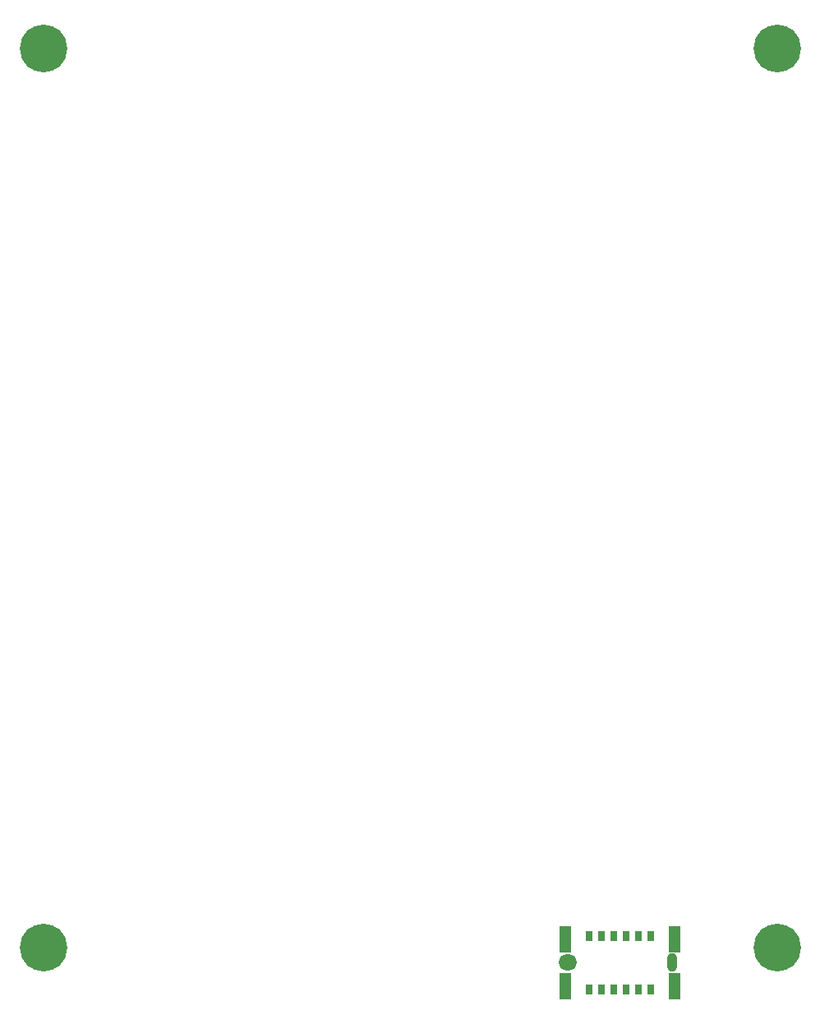
<source format=gbr>
%TF.GenerationSoftware,KiCad,Pcbnew,(5.1.10)-1*%
%TF.CreationDate,2022-11-16T11:33:56-08:00*%
%TF.ProjectId,XYFaces,58594661-6365-4732-9e6b-696361645f70,1.0*%
%TF.SameCoordinates,Original*%
%TF.FileFunction,Soldermask,Bot*%
%TF.FilePolarity,Negative*%
%FSLAX46Y46*%
G04 Gerber Fmt 4.6, Leading zero omitted, Abs format (unit mm)*
G04 Created by KiCad (PCBNEW (5.1.10)-1) date 2022-11-16 11:33:56*
%MOMM*%
%LPD*%
G01*
G04 APERTURE LIST*
%ADD10R,0.800000X1.100000*%
%ADD11O,1.000000X1.950000*%
%ADD12O,1.900000X1.650000*%
%ADD13R,1.200000X2.700000*%
%ADD14C,4.900000*%
G04 APERTURE END LIST*
D10*
%TO.C,J1*%
X157825000Y-134950000D03*
X155285000Y-134950000D03*
X156555000Y-134950000D03*
X152745000Y-134950000D03*
X159095000Y-134950000D03*
X154015000Y-134950000D03*
D11*
X161270000Y-137700000D03*
D12*
X150570000Y-137700000D03*
D13*
X150250000Y-135250000D03*
X161590000Y-140150000D03*
X150250000Y-140150000D03*
X161590000Y-135250000D03*
D10*
X159095000Y-140450000D03*
X152745000Y-140450000D03*
X156555000Y-140450000D03*
X155285000Y-140450000D03*
X154015000Y-140450000D03*
X157825000Y-140450000D03*
%TD*%
D14*
%TO.C,J5*%
X172100000Y-136100000D03*
%TD*%
%TO.C,J4*%
X172100000Y-43500000D03*
%TD*%
%TO.C,J3*%
X96500000Y-136100000D03*
%TD*%
%TO.C,J2*%
X96500000Y-43500000D03*
%TD*%
M02*

</source>
